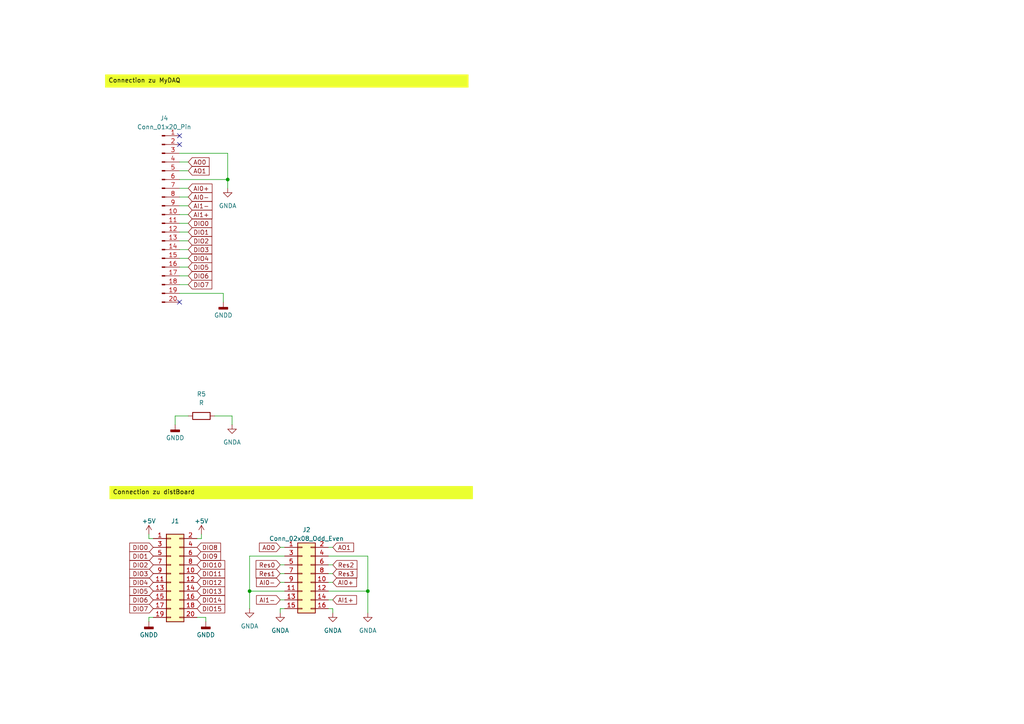
<source format=kicad_sch>
(kicad_sch (version 20231120) (generator "eeschema") (generator_version "8.0")
  (paper "A4")
  (lib_symbols
    (symbol "Connector:Conn_01x20_Pin" (pin_names (offset 1.016) hide)
      (property "Reference" "J" (at 0 25.4 0))
      (property "Value" "Conn_01x20_Pin" (at 0 -27.94 0))
      (symbol "Conn_01x20_Pin_1_1"
        (polyline (pts (xy 1.27 -25.4) (xy 0.8636 -25.4)) (stroke (width 0.1524)))
        (polyline (pts (xy 1.27 -22.86) (xy 0.8636 -22.86)) (stroke (width 0.1524)))
        (polyline (pts (xy 1.27 -20.32) (xy 0.8636 -20.32)) (stroke (width 0.1524)))
        (polyline (pts (xy 1.27 -17.78) (xy 0.8636 -17.78)) (stroke (width 0.1524)))
        (polyline (pts (xy 1.27 -15.24) (xy 0.8636 -15.24)) (stroke (width 0.1524)))
        (polyline (pts (xy 1.27 -12.7) (xy 0.8636 -12.7)) (stroke (width 0.1524)))
        (polyline (pts (xy 1.27 -10.16) (xy 0.8636 -10.16)) (stroke (width 0.1524)))
        (polyline (pts (xy 1.27 -7.62) (xy 0.8636 -7.62)) (stroke (width 0.1524)))
        (polyline (pts (xy 1.27 -5.08) (xy 0.8636 -5.08)) (stroke (width 0.1524)))
        (polyline (pts (xy 1.27 -2.54) (xy 0.8636 -2.54)) (stroke (width 0.1524)))
        (polyline (pts (xy 1.27 0) (xy 0.8636 0)) (stroke (width 0.1524)))
        (polyline (pts (xy 1.27 2.54) (xy 0.8636 2.54)) (stroke (width 0.1524)))
        (polyline (pts (xy 1.27 5.08) (xy 0.8636 5.08)) (stroke (width 0.1524)))
        (polyline (pts (xy 1.27 7.62) (xy 0.8636 7.62)) (stroke (width 0.1524)))
        (polyline (pts (xy 1.27 10.16) (xy 0.8636 10.16)) (stroke (width 0.1524)))
        (polyline (pts (xy 1.27 12.7) (xy 0.8636 12.7)) (stroke (width 0.1524)))
        (polyline (pts (xy 1.27 15.24) (xy 0.8636 15.24)) (stroke (width 0.1524)))
        (polyline (pts (xy 1.27 17.78) (xy 0.8636 17.78)) (stroke (width 0.1524)))
        (polyline (pts (xy 1.27 20.32) (xy 0.8636 20.32)) (stroke (width 0.1524)))
        (polyline (pts (xy 1.27 22.86) (xy 0.8636 22.86)) (stroke (width 0.1524)))
        (rectangle (start 0.8636 -25.273) (end 0 -25.527) (stroke (width 0.1524)) (fill (type outline)))
        (rectangle (start 0.8636 -22.733) (end 0 -22.987) (stroke (width 0.1524)) (fill (type outline)))
        (rectangle (start 0.8636 -20.193) (end 0 -20.447) (stroke (width 0.1524)) (fill (type outline)))
        (rectangle (start 0.8636 -17.653) (end 0 -17.907) (stroke (width 0.1524)) (fill (type outline)))
        (rectangle (start 0.8636 -15.113) (end 0 -15.367) (stroke (width 0.1524)) (fill (type outline)))
        (rectangle (start 0.8636 -12.573) (end 0 -12.827) (stroke (width 0.1524)) (fill (type outline)))
        (rectangle (start 0.8636 -10.033) (end 0 -10.287) (stroke (width 0.1524)) (fill (type outline)))
        (rectangle (start 0.8636 -7.493) (end 0 -7.747) (stroke (width 0.1524)) (fill (type outline)))
        (rectangle (start 0.8636 -4.953) (end 0 -5.207) (stroke (width 0.1524)) (fill (type outline)))
        (rectangle (start 0.8636 -2.413) (end 0 -2.667) (stroke (width 0.1524)) (fill (type outline)))
        (rectangle (start 0.8636 0.127) (end 0 -0.127) (stroke (width 0.1524)) (fill (type outline)))
        (rectangle (start 0.8636 2.667) (end 0 2.413) (stroke (width 0.1524)) (fill (type outline)))
        (rectangle (start 0.8636 5.207) (end 0 4.953) (stroke (width 0.1524)) (fill (type outline)))
        (rectangle (start 0.8636 7.747) (end 0 7.493) (stroke (width 0.1524)) (fill (type outline)))
        (rectangle (start 0.8636 10.287) (end 0 10.033) (stroke (width 0.1524)) (fill (type outline)))
        (rectangle (start 0.8636 12.827) (end 0 12.573) (stroke (width 0.1524)) (fill (type outline)))
        (rectangle (start 0.8636 15.367) (end 0 15.113) (stroke (width 0.1524)) (fill (type outline)))
        (rectangle (start 0.8636 17.907) (end 0 17.653) (stroke (width 0.1524)) (fill (type outline)))
        (rectangle (start 0.8636 20.447) (end 0 20.193) (stroke (width 0.1524)) (fill (type outline)))
        (rectangle (start 0.8636 22.987) (end 0 22.733) (stroke (width 0.1524)) (fill (type outline)))
        (pin passive line (at 5.08 22.86 180) (length 3.81) (name "Pin_1") (number "1"))
        (pin passive line (at 5.08 0 180) (length 3.81) (name "Pin_10") (number "10"))
        (pin passive line (at 5.08 -2.54 180) (length 3.81) (name "Pin_11") (number "11"))
        (pin passive line (at 5.08 -5.08 180) (length 3.81) (name "Pin_12") (number "12"))
        (pin passive line (at 5.08 -7.62 180) (length 3.81) (name "Pin_13") (number "13"))
        (pin passive line (at 5.08 -10.16 180) (length 3.81) (name "Pin_14") (number "14"))
        (pin passive line (at 5.08 -12.7 180) (length 3.81) (name "Pin_15") (number "15"))
        (pin passive line (at 5.08 -15.24 180) (length 3.81) (name "Pin_16") (number "16"))
        (pin passive line (at 5.08 -17.78 180) (length 3.81) (name "Pin_17") (number "17"))
        (pin passive line (at 5.08 -20.32 180) (length 3.81) (name "Pin_18") (number "18"))
        (pin passive line (at 5.08 -22.86 180) (length 3.81) (name "Pin_19") (number "19"))
        (pin passive line (at 5.08 20.32 180) (length 3.81) (name "Pin_2") (number "2"))
        (pin passive line (at 5.08 -25.4 180) (length 3.81) (name "Pin_20") (number "20"))
        (pin passive line (at 5.08 17.78 180) (length 3.81) (name "Pin_3") (number "3"))
        (pin passive line (at 5.08 15.24 180) (length 3.81) (name "Pin_4") (number "4"))
        (pin passive line (at 5.08 12.7 180) (length 3.81) (name "Pin_5") (number "5"))
        (pin passive line (at 5.08 10.16 180) (length 3.81) (name "Pin_6") (number "6"))
        (pin passive line (at 5.08 7.62 180) (length 3.81) (name "Pin_7") (number "7"))
        (pin passive line (at 5.08 5.08 180) (length 3.81) (name "Pin_8") (number "8"))
        (pin passive line (at 5.08 2.54 180) (length 3.81) (name "Pin_9") (number "9"))
      )
    )
    (symbol "Connector_Generic:Conn_02x08_Odd_Even" (pin_names (offset 1.016) hide)
      (property "Reference" "J" (at 1.27 10.16 0))
      (property "Value" "Conn_02x08_Odd_Even" (at 1.27 -12.7 0))
      (symbol "Conn_02x08_Odd_Even_1_1"
        (rectangle (start -1.27 -10.033) (end 0 -10.287) (stroke (width 0.1524)))
        (rectangle (start -1.27 -7.493) (end 0 -7.747) (stroke (width 0.1524)))
        (rectangle (start -1.27 -4.953) (end 0 -5.207) (stroke (width 0.1524)))
        (rectangle (start -1.27 -2.413) (end 0 -2.667) (stroke (width 0.1524)))
        (rectangle (start -1.27 0.127) (end 0 -0.127) (stroke (width 0.1524)))
        (rectangle (start -1.27 2.667) (end 0 2.413) (stroke (width 0.1524)))
        (rectangle (start -1.27 5.207) (end 0 4.953) (stroke (width 0.1524)))
        (rectangle (start -1.27 7.747) (end 0 7.493) (stroke (width 0.1524)))
        (rectangle (start -1.27 8.89) (end 3.81 -11.43) (stroke (width 0.254)) (fill (type background)))
        (rectangle (start 3.81 -10.033) (end 2.54 -10.287) (stroke (width 0.1524)))
        (rectangle (start 3.81 -7.493) (end 2.54 -7.747) (stroke (width 0.1524)))
        (rectangle (start 3.81 -4.953) (end 2.54 -5.207) (stroke (width 0.1524)))
        (rectangle (start 3.81 -2.413) (end 2.54 -2.667) (stroke (width 0.1524)))
        (rectangle (start 3.81 0.127) (end 2.54 -0.127) (stroke (width 0.1524)))
        (rectangle (start 3.81 2.667) (end 2.54 2.413) (stroke (width 0.1524)))
        (rectangle (start 3.81 5.207) (end 2.54 4.953) (stroke (width 0.1524)))
        (rectangle (start 3.81 7.747) (end 2.54 7.493) (stroke (width 0.1524)))
        (pin passive line (at -5.08 7.62 0) (length 3.81) (name "Pin_1") (number "1"))
        (pin passive line (at 7.62 -2.54 180) (length 3.81) (name "Pin_10") (number "10"))
        (pin passive line (at -5.08 -5.08 0) (length 3.81) (name "Pin_11") (number "11"))
        (pin passive line (at 7.62 -5.08 180) (length 3.81) (name "Pin_12") (number "12"))
        (pin passive line (at -5.08 -7.62 0) (length 3.81) (name "Pin_13") (number "13"))
        (pin passive line (at 7.62 -7.62 180) (length 3.81) (name "Pin_14") (number "14"))
        (pin passive line (at -5.08 -10.16 0) (length 3.81) (name "Pin_15") (number "15"))
        (pin passive line (at 7.62 -10.16 180) (length 3.81) (name "Pin_16") (number "16"))
        (pin passive line (at 7.62 7.62 180) (length 3.81) (name "Pin_2") (number "2"))
        (pin passive line (at -5.08 5.08 0) (length 3.81) (name "Pin_3") (number "3"))
        (pin passive line (at 7.62 5.08 180) (length 3.81) (name "Pin_4") (number "4"))
        (pin passive line (at -5.08 2.54 0) (length 3.81) (name "Pin_5") (number "5"))
        (pin passive line (at 7.62 2.54 180) (length 3.81) (name "Pin_6") (number "6"))
        (pin passive line (at -5.08 0 0) (length 3.81) (name "Pin_7") (number "7"))
        (pin passive line (at 7.62 0 180) (length 3.81) (name "Pin_8") (number "8"))
        (pin passive line (at -5.08 -2.54 0) (length 3.81) (name "Pin_9") (number "9"))
      )
    )
    (symbol "Connector_Generic:Conn_02x10_Odd_Even" (pin_names (offset 1.016) hide)
      (property "Reference" "J" (at 1.27 12.7 0))
      (property "Value" "Conn_02x10_Odd_Even" (at 1.27 -15.24 0))
      (symbol "Conn_02x10_Odd_Even_1_1"
        (rectangle (start -1.27 -12.573) (end 0 -12.827) (stroke (width 0.1524)))
        (rectangle (start -1.27 -10.033) (end 0 -10.287) (stroke (width 0.1524)))
        (rectangle (start -1.27 -7.493) (end 0 -7.747) (stroke (width 0.1524)))
        (rectangle (start -1.27 -4.953) (end 0 -5.207) (stroke (width 0.1524)))
        (rectangle (start -1.27 -2.413) (end 0 -2.667) (stroke (width 0.1524)))
        (rectangle (start -1.27 0.127) (end 0 -0.127) (stroke (width 0.1524)))
        (rectangle (start -1.27 2.667) (end 0 2.413) (stroke (width 0.1524)))
        (rectangle (start -1.27 5.207) (end 0 4.953) (stroke (width 0.1524)))
        (rectangle (start -1.27 7.747) (end 0 7.493) (stroke (width 0.1524)))
        (rectangle (start -1.27 10.287) (end 0 10.033) (stroke (width 0.1524)))
        (rectangle (start -1.27 11.43) (end 3.81 -13.97) (stroke (width 0.254)) (fill (type background)))
        (rectangle (start 3.81 -12.573) (end 2.54 -12.827) (stroke (width 0.1524)))
        (rectangle (start 3.81 -10.033) (end 2.54 -10.287) (stroke (width 0.1524)))
        (rectangle (start 3.81 -7.493) (end 2.54 -7.747) (stroke (width 0.1524)))
        (rectangle (start 3.81 -4.953) (end 2.54 -5.207) (stroke (width 0.1524)))
        (rectangle (start 3.81 -2.413) (end 2.54 -2.667) (stroke (width 0.1524)))
        (rectangle (start 3.81 0.127) (end 2.54 -0.127) (stroke (width 0.1524)))
        (rectangle (start 3.81 2.667) (end 2.54 2.413) (stroke (width 0.1524)))
        (rectangle (start 3.81 5.207) (end 2.54 4.953) (stroke (width 0.1524)))
        (rectangle (start 3.81 7.747) (end 2.54 7.493) (stroke (width 0.1524)))
        (rectangle (start 3.81 10.287) (end 2.54 10.033) (stroke (width 0.1524)))
        (pin passive line (at -5.08 10.16 0) (length 3.81) (name "Pin_1") (number "1"))
        (pin passive line (at 7.62 0 180) (length 3.81) (name "Pin_10") (number "10"))
        (pin passive line (at -5.08 -2.54 0) (length 3.81) (name "Pin_11") (number "11"))
        (pin passive line (at 7.62 -2.54 180) (length 3.81) (name "Pin_12") (number "12"))
        (pin passive line (at -5.08 -5.08 0) (length 3.81) (name "Pin_13") (number "13"))
        (pin passive line (at 7.62 -5.08 180) (length 3.81) (name "Pin_14") (number "14"))
        (pin passive line (at -5.08 -7.62 0) (length 3.81) (name "Pin_15") (number "15"))
        (pin passive line (at 7.62 -7.62 180) (length 3.81) (name "Pin_16") (number "16"))
        (pin passive line (at -5.08 -10.16 0) (length 3.81) (name "Pin_17") (number "17"))
        (pin passive line (at 7.62 -10.16 180) (length 3.81) (name "Pin_18") (number "18"))
        (pin passive line (at -5.08 -12.7 0) (length 3.81) (name "Pin_19") (number "19"))
        (pin passive line (at 7.62 10.16 180) (length 3.81) (name "Pin_2") (number "2"))
        (pin passive line (at 7.62 -12.7 180) (length 3.81) (name "Pin_20") (number "20"))
        (pin passive line (at -5.08 7.62 0) (length 3.81) (name "Pin_3") (number "3"))
        (pin passive line (at 7.62 7.62 180) (length 3.81) (name "Pin_4") (number "4"))
        (pin passive line (at -5.08 5.08 0) (length 3.81) (name "Pin_5") (number "5"))
        (pin passive line (at 7.62 5.08 180) (length 3.81) (name "Pin_6") (number "6"))
        (pin passive line (at -5.08 2.54 0) (length 3.81) (name "Pin_7") (number "7"))
        (pin passive line (at 7.62 2.54 180) (length 3.81) (name "Pin_8") (number "8"))
        (pin passive line (at -5.08 0 0) (length 3.81) (name "Pin_9") (number "9"))
      )
    )
    (symbol "Device:R" (pin_numbers hide) (pin_names (offset 0))
      (property "Reference" "R" (at 2.032 0 90))
      (property "Value" "R" (at 0 0 90))
      (symbol "R_0_1"
        (rectangle (start -1.016 -2.54) (end 1.016 2.54) (stroke (width 0.254)))
      )
      (symbol "R_1_1"
        (pin passive line (at 0 3.81 270) (length 1.27) (name "~") (number "1"))
        (pin passive line (at 0 -3.81 90) (length 1.27) (name "~") (number "2"))
      )
    )
    (symbol "power:+5V" (power) (pin_names (offset 0))
      (property "Value" "+5V" (at 0 3.556 0))
      (symbol "+5V_0_1"
        (polyline (pts (xy -0.762 1.27) (xy 0 2.54)))
        (polyline (pts (xy 0 0) (xy 0 2.54)))
        (polyline (pts (xy 0 2.54) (xy 0.762 1.27)))
      )
      (symbol "+5V_1_1"
        (pin power_in line (at 0 0 90) (length 0) hide (name "+5V") (number "1"))
      )
    )
    (symbol "power:GNDA" (power) (pin_numbers hide) (pin_names (offset 0) hide)
      (property "Value" "GNDA" (at 0 -3.81 0))
      (symbol "GNDA_0_1"
        (polyline (pts (xy 0 0) (xy 0 -1.27) (xy 1.27 -1.27) (xy 0 -2.54) (xy -1.27 -1.27) (xy 0 -1.27)))
      )
      (symbol "GNDA_1_1"
        (pin power_in line (at 0 0 270) (length 0) (name "~") (number "1"))
      )
    )
    (symbol "power:GNDD" (power) (pin_numbers hide) (pin_names (offset 0) hide)
      (property "Value" "GNDD" (at 0 -3.175 0))
      (symbol "GNDD_0_1"
        (rectangle (start -1.27 -1.524) (end 1.27 -2.032) (stroke (width 0.254)) (fill (type outline)))
        (polyline (pts (xy 0 0) (xy 0 -1.524)))
      )
      (symbol "GNDD_1_1"
        (pin power_in line (at 0 0 270) (length 0) (name "~") (number "1"))
      )
    )
  )
  (junction (at 72.39 171.45))
  (junction (at 66.04 52.07))
  (junction (at 106.68 171.45))
  (no_connect (at 52.07 39.37))
  (no_connect (at 52.07 87.63))
  (no_connect (at 52.07 41.91))
  (wire (pts (xy 64.77 85.09) (xy 64.77 87.63)))
  (wire (pts (xy 54.61 64.77) (xy 52.07 64.77)))
  (wire (pts (xy 81.28 163.83) (xy 82.55 163.83)))
  (wire (pts (xy 95.25 171.45) (xy 106.68 171.45)))
  (wire (pts (xy 96.52 176.53) (xy 96.52 177.8)))
  (wire (pts (xy 54.61 62.23) (xy 52.07 62.23)))
  (wire (pts (xy 43.18 179.07) (xy 44.45 179.07)))
  (wire (pts (xy 54.61 77.47) (xy 52.07 77.47)))
  (wire (pts (xy 81.28 158.75) (xy 82.55 158.75)))
  (wire (pts (xy 95.25 163.83) (xy 96.52 163.83)))
  (wire (pts (xy 57.15 179.07) (xy 59.69 179.07)))
  (wire (pts (xy 81.28 173.99) (xy 82.55 173.99)))
  (wire (pts (xy 54.61 54.61) (xy 52.07 54.61)))
  (wire (pts (xy 54.61 80.01) (xy 52.07 80.01)))
  (wire (pts (xy 50.8 120.65) (xy 50.8 123.19)))
  (wire (pts (xy 82.55 176.53) (xy 81.28 176.53)))
  (wire (pts (xy 72.39 171.45) (xy 82.55 171.45)))
  (wire (pts (xy 54.61 120.65) (xy 50.8 120.65)))
  (wire (pts (xy 43.18 154.94) (xy 43.18 156.21)))
  (wire (pts (xy 62.23 120.65) (xy 67.31 120.65)))
  (wire (pts (xy 95.25 161.29) (xy 106.68 161.29)))
  (wire (pts (xy 106.68 161.29) (xy 106.68 171.45)))
  (wire (pts (xy 67.31 120.65) (xy 67.31 123.19)))
  (wire (pts (xy 43.18 156.21) (xy 44.45 156.21)))
  (wire (pts (xy 81.28 168.91) (xy 82.55 168.91)))
  (wire (pts (xy 54.61 59.69) (xy 52.07 59.69)))
  (wire (pts (xy 52.07 44.45) (xy 66.04 44.45)))
  (wire (pts (xy 54.61 67.31) (xy 52.07 67.31)))
  (wire (pts (xy 81.28 176.53) (xy 81.28 177.8)))
  (wire (pts (xy 58.42 156.21) (xy 57.15 156.21)))
  (wire (pts (xy 95.25 176.53) (xy 96.52 176.53)))
  (wire (pts (xy 54.61 69.85) (xy 52.07 69.85)))
  (wire (pts (xy 52.07 52.07) (xy 66.04 52.07)))
  (wire (pts (xy 54.61 57.15) (xy 52.07 57.15)))
  (wire (pts (xy 95.25 158.75) (xy 96.52 158.75)))
  (wire (pts (xy 59.69 180.34) (xy 59.69 179.07)))
  (wire (pts (xy 54.61 74.93) (xy 52.07 74.93)))
  (wire (pts (xy 54.61 72.39) (xy 52.07 72.39)))
  (wire (pts (xy 54.61 49.53) (xy 52.07 49.53)))
  (wire (pts (xy 96.52 173.99) (xy 95.25 173.99)))
  (wire (pts (xy 95.25 166.37) (xy 96.52 166.37)))
  (wire (pts (xy 43.18 180.34) (xy 43.18 179.07)))
  (wire (pts (xy 66.04 52.07) (xy 66.04 54.61)))
  (wire (pts (xy 81.28 166.37) (xy 82.55 166.37)))
  (wire (pts (xy 72.39 171.45) (xy 72.39 176.53)))
  (wire (pts (xy 54.61 82.55) (xy 52.07 82.55)))
  (wire (pts (xy 72.39 161.29) (xy 72.39 171.45)))
  (wire (pts (xy 52.07 85.09) (xy 64.77 85.09)))
  (wire (pts (xy 58.42 154.94) (xy 58.42 156.21)))
  (wire (pts (xy 106.68 177.8) (xy 106.68 171.45)))
  (wire (pts (xy 95.25 168.91) (xy 96.52 168.91)))
  (wire (pts (xy 82.55 161.29) (xy 72.39 161.29)))
  (wire (pts (xy 54.61 46.99) (xy 52.07 46.99)))
  (wire (pts (xy 66.04 44.45) (xy 66.04 52.07)))
  (text_box "Connection zu distBoard\n\n" (at 31.75 140.97 0) (size 105.41 3.81) (stroke (width -0.0001)) (fill (type color) (color 234 255 48 1)) (effects (font (size 1.27 1.27)) (justify left top)))
  (text_box "Connection zu MyDAQ\n\n" (at 30.48 21.59 0) (size 105.41 3.81) (stroke (width -0.0001)) (fill (type color) (color 234 255 48 1)) (effects (font (size 1.27 1.27)) (justify left top)))
  (global_label "AI0+" (shape input) (at 54.61 54.61 0) (property "Intersheetrefs" "${INTERSHEET_REFS}" (effects (hide yes))))
  (global_label "DIO9" (shape input) (at 57.15 161.29 0) (property "Intersheetrefs" "${INTERSHEET_REFS}" (effects (hide yes))))
  (global_label "DIO6" (shape input) (at 54.61 80.01 0) (property "Intersheetrefs" "${INTERSHEET_REFS}" (effects (hide yes))))
  (global_label "AI1-" (shape input) (at 54.61 59.69 0) (property "Intersheetrefs" "${INTERSHEET_REFS}" (effects (hide yes))))
  (global_label "Res2" (shape input) (at 96.52 163.83 0) (property "Intersheetrefs" "${INTERSHEET_REFS}" (effects (hide yes))))
  (global_label "DIO14" (shape input) (at 57.15 173.99 0) (property "Intersheetrefs" "${INTERSHEET_REFS}" (effects (hide yes))))
  (global_label "DIO3" (shape input) (at 54.61 72.39 0) (property "Intersheetrefs" "${INTERSHEET_REFS}" (effects (hide yes))))
  (global_label "AO1" (shape input) (at 54.61 49.53 0) (property "Intersheetrefs" "${INTERSHEET_REFS}" (effects (hide yes))))
  (global_label "DIO6" (shape input) (at 44.45 173.99 180) (property "Intersheetrefs" "${INTERSHEET_REFS}" (effects (hide yes))))
  (global_label "DIO4" (shape input) (at 44.45 168.91 180) (property "Intersheetrefs" "${INTERSHEET_REFS}" (effects (hide yes))))
  (global_label "DIO4" (shape input) (at 54.61 74.93 0) (property "Intersheetrefs" "${INTERSHEET_REFS}" (effects (hide yes))))
  (global_label "DIO0" (shape input) (at 54.61 64.77 0) (property "Intersheetrefs" "${INTERSHEET_REFS}" (effects (hide yes))))
  (global_label "DIO11" (shape input) (at 57.15 166.37 0) (property "Intersheetrefs" "${INTERSHEET_REFS}" (effects (hide yes))))
  (global_label "Res0" (shape input) (at 81.28 163.83 180) (property "Intersheetrefs" "${INTERSHEET_REFS}" (effects (hide yes))))
  (global_label "DIO5" (shape input) (at 44.45 171.45 180) (property "Intersheetrefs" "${INTERSHEET_REFS}" (effects (hide yes))))
  (global_label "DIO8" (shape input) (at 57.15 158.75 0) (property "Intersheetrefs" "${INTERSHEET_REFS}" (effects (hide yes))))
  (global_label "DIO13" (shape input) (at 57.15 171.45 0) (property "Intersheetrefs" "${INTERSHEET_REFS}" (effects (hide yes))))
  (global_label "AI1+" (shape input) (at 96.52 173.99 0) (property "Intersheetrefs" "${INTERSHEET_REFS}" (effects (hide yes))))
  (global_label "AO0" (shape input) (at 54.61 46.99 0) (property "Intersheetrefs" "${INTERSHEET_REFS}" (effects (hide yes))))
  (global_label "DIO2" (shape input) (at 54.61 69.85 0) (property "Intersheetrefs" "${INTERSHEET_REFS}" (effects (hide yes))))
  (global_label "DIO1" (shape input) (at 54.61 67.31 0) (property "Intersheetrefs" "${INTERSHEET_REFS}" (effects (hide yes))))
  (global_label "AI0-" (shape input) (at 81.28 168.91 180) (property "Intersheetrefs" "${INTERSHEET_REFS}" (effects (hide yes))))
  (global_label "DIO7" (shape input) (at 54.61 82.55 0) (property "Intersheetrefs" "${INTERSHEET_REFS}" (effects (hide yes))))
  (global_label "DIO3" (shape input) (at 44.45 166.37 180) (property "Intersheetrefs" "${INTERSHEET_REFS}" (effects (hide yes))))
  (global_label "DIO12" (shape input) (at 57.15 168.91 0) (property "Intersheetrefs" "${INTERSHEET_REFS}" (effects (hide yes))))
  (global_label "AI0+" (shape input) (at 96.52 168.91 0) (property "Intersheetrefs" "${INTERSHEET_REFS}" (effects (hide yes))))
  (global_label "DIO15" (shape input) (at 57.15 176.53 0) (property "Intersheetrefs" "${INTERSHEET_REFS}" (effects (hide yes))))
  (global_label "DIO10" (shape input) (at 57.15 163.83 0) (property "Intersheetrefs" "${INTERSHEET_REFS}" (effects (hide yes))))
  (global_label "AI0-" (shape input) (at 54.61 57.15 0) (property "Intersheetrefs" "${INTERSHEET_REFS}" (effects (hide yes))))
  (global_label "DIO1" (shape input) (at 44.45 161.29 180) (property "Intersheetrefs" "${INTERSHEET_REFS}" (effects (hide yes))))
  (global_label "AO0" (shape input) (at 81.28 158.75 180) (property "Intersheetrefs" "${INTERSHEET_REFS}" (effects (hide yes))))
  (global_label "AO1" (shape input) (at 96.52 158.75 0) (property "Intersheetrefs" "${INTERSHEET_REFS}" (effects (hide yes))))
  (global_label "DIO5" (shape input) (at 54.61 77.47 0) (property "Intersheetrefs" "${INTERSHEET_REFS}" (effects (hide yes))))
  (global_label "DIO2" (shape input) (at 44.45 163.83 180) (property "Intersheetrefs" "${INTERSHEET_REFS}" (effects (hide yes))))
  (global_label "DIO7" (shape input) (at 44.45 176.53 180) (property "Intersheetrefs" "${INTERSHEET_REFS}" (effects (hide yes))))
  (global_label "DIO0" (shape input) (at 44.45 158.75 180) (property "Intersheetrefs" "${INTERSHEET_REFS}" (effects (hide yes))))
  (global_label "Res1" (shape input) (at 81.28 166.37 180) (property "Intersheetrefs" "${INTERSHEET_REFS}" (effects (hide yes))))
  (global_label "Res3" (shape input) (at 96.52 166.37 0) (property "Intersheetrefs" "${INTERSHEET_REFS}" (effects (hide yes))))
  (global_label "AI1-" (shape input) (at 81.28 173.99 180) (property "Intersheetrefs" "${INTERSHEET_REFS}" (effects (hide yes))))
  (global_label "AI1+" (shape input) (at 54.61 62.23 0) (property "Intersheetrefs" "${INTERSHEET_REFS}" (effects (hide yes))))
  (symbol (lib_id "power:GNDD") (at 43.18 180.34 0) (unit 1)
    (property "Reference" "#PWR08" (effects (hide yes)))
    (property "Value" "GNDD" (at 43.18 184.15 0))
    (property "Description" "Power symbol creates a global label with name \"GNDD\" , digital ground" (effects (hide yes)))
  )
  (symbol (lib_id "power:GNDA") (at 81.28 177.8 0) (unit 1)
    (property "Reference" "#PWR06" (effects (hide yes)))
    (property "Value" "GNDA" (at 81.28 182.88 0))
    (property "Description" "Power symbol creates a global label with name \"GNDA\" , analog ground" (effects (hide yes)))
  )
  (symbol (lib_id "power:GNDA") (at 66.04 54.61 0) (unit 1)
    (property "Reference" "#PWR011" (effects (hide yes)))
    (property "Value" "GNDA" (at 66.04 59.69 0))
    (property "Description" "Power symbol creates a global label with name \"GNDA\" , analog ground" (effects (hide yes)))
  )
  (symbol (lib_id "power:+5V") (at 58.42 154.94 0) (mirror y) (unit 1)
    (property "Reference" "#PWR03" (effects (hide yes)))
    (property "Value" "+5V" (at 58.42 151.13 0))
  )
  (symbol (lib_id "power:+5V") (at 43.18 154.94 0) (mirror y) (unit 1)
    (property "Reference" "#PWR01" (effects (hide yes)))
    (property "Value" "+5V" (at 43.18 151.13 0))
  )
  (symbol (lib_id "power:GNDA") (at 72.39 176.53 0) (unit 1)
    (property "Reference" "#PWR07" (effects (hide yes)))
    (property "Value" "GNDA" (at 72.39 181.61 0))
    (property "Description" "Power symbol creates a global label with name \"GNDA\" , analog ground" (effects (hide yes)))
  )
  (symbol (lib_id "power:GNDD") (at 64.77 87.63 0) (unit 1)
    (property "Reference" "#PWR010" (effects (hide yes)))
    (property "Value" "GNDD" (at 64.77 91.44 0))
    (property "Description" "Power symbol creates a global label with name \"GNDD\" , digital ground" (effects (hide yes)))
  )
  (symbol (lib_id "Connector:Conn_01x20_Pin") (at 46.99 62.23 0) (unit 1)
    (property "Reference" "J4" (at 47.625 34.29 0))
    (property "Value" "Conn_01x20_Pin" (at 47.625 36.83 0))
    (property "Footprint" "Techbeard:OSTV7203151" (effects (hide yes)))
    (property "Description" "Generic connector, single row, 01x20, script generated" (effects (hide yes)))
  )
  (symbol (lib_id "power:GNDD") (at 59.69 180.34 0) (unit 1)
    (property "Reference" "#PWR02" (effects (hide yes)))
    (property "Value" "GNDD" (at 59.69 184.15 0))
    (property "Description" "Power symbol creates a global label with name \"GNDD\" , digital ground" (effects (hide yes)))
  )
  (symbol (lib_id "Connector_Generic:Conn_02x10_Odd_Even") (at 49.53 166.37 0) (unit 1)
    (property "Reference" "J1" (at 50.8 151.13 0))
    (property "Value" "Conn_02x10_Odd_Even" (effects (hide yes)))
    (property "Footprint" "Connector_IDC:IDC-Header_2x10_P2.54mm_Vertical_SMD" (effects (hide yes)))
  )
  (symbol (lib_id "power:GNDA") (at 96.52 177.8 0) (unit 1)
    (property "Reference" "#PWR05" (effects (hide yes)))
    (property "Value" "GNDA" (at 96.52 182.88 0))
    (property "Description" "Power symbol creates a global label with name \"GNDA\" , analog ground" (effects (hide yes)))
  )
  (symbol (lib_id "power:GNDA") (at 106.68 177.8 0) (unit 1)
    (property "Reference" "#PWR012" (effects (hide yes)))
    (property "Value" "GNDA" (at 106.68 182.88 0))
    (property "Description" "Power symbol creates a global label with name \"GNDA\" , analog ground" (effects (hide yes)))
  )
  (symbol (lib_id "Device:R") (at 58.42 120.65 90) (unit 1)
    (property "Reference" "R5" (at 58.42 114.3 90))
    (property "Value" "R" (at 58.42 116.84 90))
    (property "Footprint" "Resistor_SMD:R_0603_1608Metric" (effects (hide yes)))
    (property "Description" "Resistor" (effects (hide yes)))
  )
  (symbol (lib_id "Connector_Generic:Conn_02x08_Odd_Even") (at 87.63 166.37 0) (unit 1)
    (property "Reference" "J2" (at 88.9 153.67 0))
    (property "Value" "Conn_02x08_Odd_Even" (at 88.9 156.21 0))
    (property "Footprint" "Connector_IDC:IDC-Header_2x08_P2.54mm_Vertical_SMD" (effects (hide yes)))
  )
  (symbol (lib_id "power:GNDD") (at 50.8 123.19 0) (unit 1)
    (property "Reference" "#PWR04" (effects (hide yes)))
    (property "Value" "GNDD" (at 50.8 127 0))
    (property "Description" "Power symbol creates a global label with name \"GNDD\" , digital ground" (effects (hide yes)))
  )
  (symbol (lib_id "power:GNDA") (at 67.31 123.19 0) (unit 1)
    (property "Reference" "#PWR013" (effects (hide yes)))
    (property "Value" "GNDA" (at 67.31 128.27 0))
    (property "Description" "Power symbol creates a global label with name \"GNDA\" , analog ground" (effects (hide yes)))
  )
)
</source>
